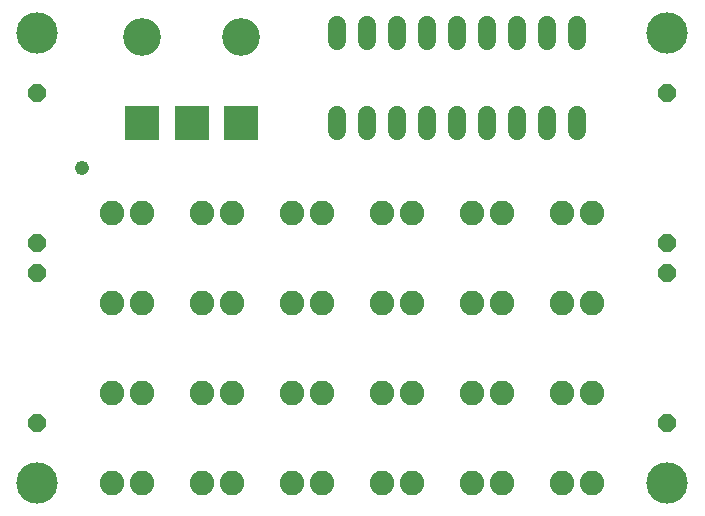
<source format=gbs>
G75*
G70*
%OFA0B0*%
%FSLAX24Y24*%
%IPPOS*%
%LPD*%
%AMOC8*
5,1,8,0,0,1.08239X$1,22.5*
%
%ADD10OC8,0.0600*%
%ADD11C,0.0820*%
%ADD12C,0.0600*%
%ADD13R,0.1130X0.1130*%
%ADD14C,0.1260*%
%ADD15C,0.1380*%
%ADD16C,0.0476*%
D10*
X001601Y003601D03*
X001601Y008601D03*
X001601Y009601D03*
X001601Y014601D03*
X022601Y014601D03*
X022601Y009601D03*
X022601Y008601D03*
X022601Y003601D03*
D11*
X020101Y004601D03*
X019101Y004601D03*
X017101Y004601D03*
X016101Y004601D03*
X014101Y004601D03*
X013101Y004601D03*
X011101Y004601D03*
X010101Y004601D03*
X008101Y004601D03*
X007101Y004601D03*
X005101Y004601D03*
X004101Y004601D03*
X004101Y007601D03*
X005101Y007601D03*
X007101Y007601D03*
X008101Y007601D03*
X010101Y007601D03*
X011101Y007601D03*
X013101Y007601D03*
X014101Y007601D03*
X016101Y007601D03*
X017101Y007601D03*
X019101Y007601D03*
X020101Y007601D03*
X020101Y010601D03*
X019101Y010601D03*
X017101Y010601D03*
X016101Y010601D03*
X014101Y010601D03*
X013101Y010601D03*
X011101Y010601D03*
X010101Y010601D03*
X008101Y010601D03*
X007101Y010601D03*
X005101Y010601D03*
X004101Y010601D03*
X004101Y001601D03*
X005101Y001601D03*
X007101Y001601D03*
X008101Y001601D03*
X010101Y001601D03*
X011101Y001601D03*
X013101Y001601D03*
X014101Y001601D03*
X016101Y001601D03*
X017101Y001601D03*
X019101Y001601D03*
X020101Y001601D03*
D12*
X019601Y013341D02*
X019601Y013861D01*
X018601Y013861D02*
X018601Y013341D01*
X017601Y013341D02*
X017601Y013861D01*
X016601Y013861D02*
X016601Y013341D01*
X015601Y013341D02*
X015601Y013861D01*
X014601Y013861D02*
X014601Y013341D01*
X013601Y013341D02*
X013601Y013861D01*
X012601Y013861D02*
X012601Y013341D01*
X011601Y013341D02*
X011601Y013861D01*
X011601Y016341D02*
X011601Y016861D01*
X012601Y016861D02*
X012601Y016341D01*
X013601Y016341D02*
X013601Y016861D01*
X014601Y016861D02*
X014601Y016341D01*
X015601Y016341D02*
X015601Y016861D01*
X016601Y016861D02*
X016601Y016341D01*
X017601Y016341D02*
X017601Y016861D01*
X018601Y016861D02*
X018601Y016341D01*
X019601Y016341D02*
X019601Y016861D01*
D13*
X008401Y013601D03*
X006751Y013601D03*
X005101Y013601D03*
D14*
X005101Y016471D03*
X008401Y016471D03*
D15*
X001601Y001601D03*
X001601Y016601D03*
X022601Y016601D03*
X022601Y001601D03*
D16*
X003101Y012101D03*
M02*

</source>
